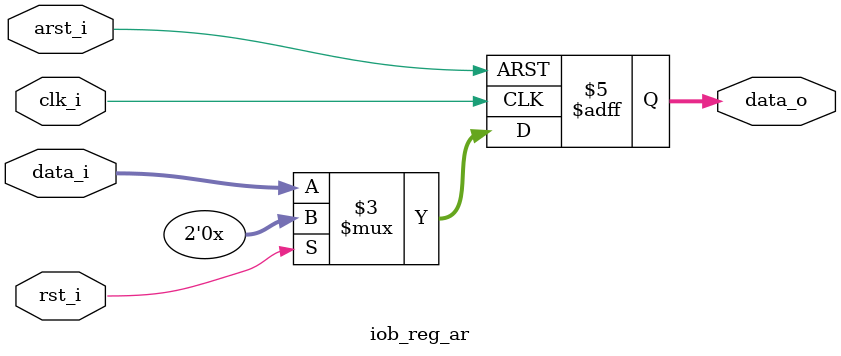
<source format=v>
`timescale 1ns / 1ps

module iob_reg_ar
  #(
    parameter DATA_W = 0,
    parameter RST_VAL = 0
    )
   (
    input                   clk_i,
    input                   arst_i,
    input                   rst_i,
    input [DATA_W-1:0]      data_i,
    output reg [DATA_W-1:0] data_o
    );
   
   always @(posedge clk_i, posedge arst_i) begin
      if (arst_i) begin
         data_o <= RST_VAL[DATA_W-1:0];
      end else if (rst_i) begin
         data_o <= RST_VAL[DATA_W-1:0];
      end else begin
         data_o <= data_i;
      end
   end

endmodule

</source>
